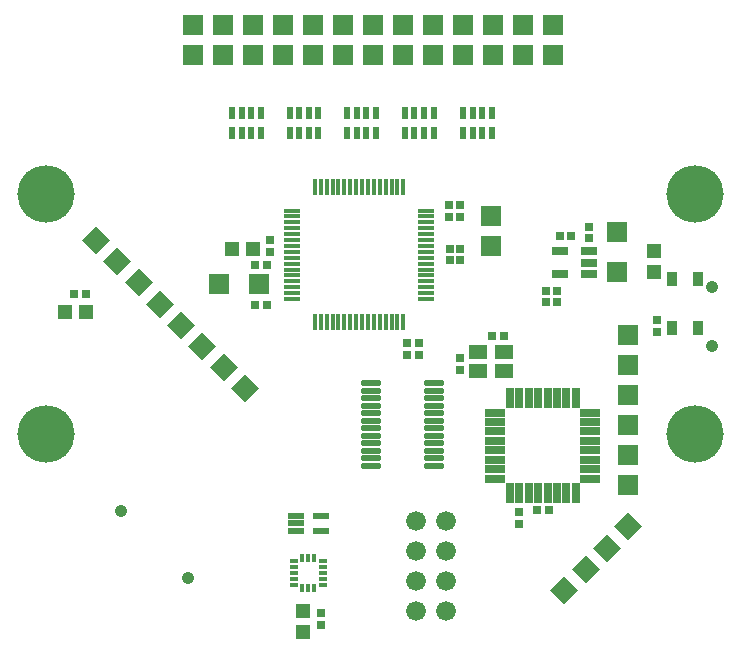
<source format=gbr>
G04 EasyPC Gerber Version 21.0.3 Build 4286 *
G04 #@! TF.Part,Single*
G04 #@! TF.FileFunction,Soldermask,Top *
G04 #@! TF.FilePolarity,Negative *
%FSLAX35Y35*%
%MOIN*%
G04 #@! TA.AperFunction,SMDPad*
%ADD89R,0.01781X0.05324*%
%ADD102R,0.01800X0.02600*%
%ADD107O,0.07100X0.01900*%
%ADD90R,0.05324X0.01781*%
%ADD101R,0.02600X0.01800*%
%ADD104R,0.02200X0.04100*%
%ADD106R,0.05200X0.02400*%
%ADD94R,0.02570X0.06700*%
%ADD95R,0.06700X0.02570*%
%ADD103R,0.05600X0.02800*%
%ADD91R,0.03000X0.03000*%
%ADD93R,0.03000X0.03000*%
%ADD99R,0.03200X0.04800*%
%ADD109R,0.04537X0.04891*%
%ADD96R,0.04540X0.04930*%
%ADD110R,0.04891X0.04537*%
%ADD97R,0.04930X0.04540*%
%ADD98R,0.06112X0.05128*%
G04 #@! TA.AperFunction,ComponentPad*
%ADD100R,0.06600X0.06600*%
G04 #@! TA.AperFunction,SMDPad*
%ADD92R,0.06900X0.06900*%
G04 #@! TA.AperFunction,ComponentPad*
%ADD108C,0.04200*%
G04 #@! TA.AperFunction,WasherPad*
%ADD87C,0.06600*%
%ADD88C,0.19100*%
G04 #@! TA.AperFunction,ComponentPad*
%AMT105*0 Rectangle Pad at angle 45*21,1,0.06600,0.06600,0,0,45*%
%ADD105T105*%
X0Y0D02*
D02*
D87*
X136950Y22350D03*
Y32350D03*
Y42350D03*
Y52350D03*
X146950Y22350D03*
Y32350D03*
Y42350D03*
Y52350D03*
D02*
D88*
X13850Y81150D03*
Y161150D03*
X230150Y81150D03*
Y161150D03*
D02*
D89*
X103350Y118509D03*
Y163391D03*
X105318Y118509D03*
Y163391D03*
X107287Y118509D03*
Y163391D03*
X109255Y118509D03*
Y163391D03*
X111224Y118509D03*
Y163391D03*
X113192Y118509D03*
Y163391D03*
X115161Y118509D03*
Y163391D03*
X117129Y118509D03*
Y163391D03*
X119098Y118509D03*
Y163391D03*
X121066Y118509D03*
Y163391D03*
X123035Y118509D03*
Y163391D03*
X125003Y118509D03*
Y163391D03*
X126972Y118509D03*
Y163391D03*
X128940Y118509D03*
Y163391D03*
X130909Y118509D03*
Y163391D03*
X132877Y118509D03*
Y163391D03*
D02*
D90*
X95673Y126186D03*
Y128155D03*
Y130123D03*
Y132092D03*
Y134060D03*
Y136029D03*
Y137997D03*
Y139966D03*
Y141934D03*
Y143903D03*
Y145871D03*
Y147840D03*
Y149808D03*
Y151777D03*
Y153745D03*
Y155714D03*
X140554Y126186D03*
Y128155D03*
Y130123D03*
Y132092D03*
Y134060D03*
Y136029D03*
Y137997D03*
Y139966D03*
Y141934D03*
Y143903D03*
Y145871D03*
Y147840D03*
Y149808D03*
Y151777D03*
Y153745D03*
Y155714D03*
D02*
D91*
X88250Y141950D03*
Y145850D03*
X105350Y17650D03*
Y21550D03*
X148050Y153550D03*
Y157450D03*
X148250Y139050D03*
Y142950D03*
X151750Y153650D03*
Y157550D03*
X151850Y102650D03*
Y106550D03*
Y139050D03*
Y142950D03*
X171550Y51250D03*
Y55150D03*
X194750Y146450D03*
Y150350D03*
X217450Y115350D03*
Y119250D03*
D02*
D92*
X71350Y131350D03*
X84750D03*
X203950Y135150D03*
Y148550D03*
D02*
D93*
X23050Y127950D03*
X26950D03*
X83550Y124250D03*
Y137650D03*
X87450Y124250D03*
Y137650D03*
X134050Y107450D03*
Y111450D03*
X137950Y107450D03*
Y111450D03*
X162550Y113750D03*
X166450D03*
X177350Y55750D03*
X180250Y125149D03*
Y128949D03*
X181250Y55750D03*
X184150Y125149D03*
Y128949D03*
X184950Y147150D03*
X188850D03*
D02*
D94*
X168326Y61504D03*
Y93196D03*
X171476Y61504D03*
Y93196D03*
X174626Y61504D03*
Y93196D03*
X177775Y61504D03*
Y93196D03*
X180925Y61504D03*
Y93196D03*
X184074Y61504D03*
Y93196D03*
X187224Y61504D03*
Y93196D03*
X190374Y61504D03*
Y93196D03*
D02*
D95*
X163504Y66326D03*
Y69476D03*
Y72626D03*
Y75775D03*
Y78925D03*
Y82074D03*
Y85224D03*
Y88374D03*
X195196Y66326D03*
Y69476D03*
Y72626D03*
Y75775D03*
Y78925D03*
Y82074D03*
Y85224D03*
Y88373D03*
D02*
D96*
X75850Y142850D03*
X82850D03*
D02*
D97*
X99450Y15350D03*
Y22350D03*
D02*
D98*
X157738Y108393D03*
X157739Y102093D03*
X166438Y102094D03*
Y108395D03*
D02*
D99*
X222450Y116550D03*
Y132950D03*
X230950Y116550D03*
Y132950D03*
D02*
D100*
X62650Y207550D03*
Y217550D03*
X72650Y207550D03*
Y217550D03*
X82650Y207550D03*
Y217550D03*
X92650Y207550D03*
Y217550D03*
X102650Y207550D03*
Y217550D03*
X112650Y207550D03*
Y217550D03*
X122650Y207550D03*
Y217550D03*
X132650Y207550D03*
Y217550D03*
X142650Y207550D03*
Y217550D03*
X152650Y207550D03*
Y217550D03*
X162050Y143950D03*
Y153950D03*
X162650Y207550D03*
Y217550D03*
X172650Y207550D03*
Y217550D03*
X182650Y207550D03*
Y217550D03*
X207650Y64150D03*
Y74150D03*
Y84150D03*
Y94150D03*
Y104150D03*
Y114150D03*
D02*
D101*
X96281Y30781D03*
Y32781D03*
Y34781D03*
Y36781D03*
Y38781D03*
X106181Y30781D03*
Y32781D03*
Y34781D03*
Y36781D03*
Y38781D03*
D02*
D102*
X99181Y29781D03*
Y39781D03*
X101181Y29781D03*
Y39781D03*
X103181Y29781D03*
Y39781D03*
D02*
D103*
X185050Y134599D03*
Y142099D03*
X194650Y134599D03*
Y138349D03*
Y142099D03*
D02*
D104*
X75750Y181700D03*
Y188200D03*
X78950Y181700D03*
Y188200D03*
X82150Y181700D03*
Y188200D03*
X85350Y181700D03*
Y188200D03*
X94950Y181600D03*
Y188100D03*
X98150Y181600D03*
Y188100D03*
X101350Y181600D03*
Y188100D03*
X104550Y181600D03*
Y188100D03*
X114150Y181700D03*
Y188200D03*
X117350Y181700D03*
Y188200D03*
X120550Y181700D03*
Y188200D03*
X123750Y181700D03*
Y188200D03*
X133350Y181600D03*
Y188100D03*
X136550Y181600D03*
Y188100D03*
X139750Y181600D03*
Y188100D03*
X142950Y181600D03*
Y188100D03*
X152750Y181600D03*
Y188100D03*
X155950Y181600D03*
Y188100D03*
X159150Y181600D03*
Y188100D03*
X162350Y181600D03*
Y188100D03*
D02*
D105*
X30501Y145899D03*
X37572Y138828D03*
X44643Y131757D03*
X51715Y124685D03*
X58785Y117615D03*
X65857Y110543D03*
X72928Y103472D03*
X79999Y96401D03*
X186537Y29237D03*
X193608Y36308D03*
X200679Y43379D03*
X207750Y50450D03*
D02*
D106*
X97126Y48891D03*
Y51450D03*
Y54009D03*
X105374Y48891D03*
Y54009D03*
D02*
D107*
X121950Y70600D03*
Y73100D03*
Y75600D03*
Y78100D03*
Y80600D03*
Y83100D03*
Y85600D03*
Y88100D03*
Y90600D03*
Y93100D03*
Y95600D03*
Y98100D03*
X142950Y70600D03*
Y73100D03*
Y75600D03*
Y78100D03*
Y80600D03*
Y83100D03*
Y85600D03*
Y88100D03*
Y90600D03*
Y93100D03*
Y95600D03*
Y98100D03*
D02*
D108*
X38865Y55435D03*
X61139Y33161D03*
X235750Y110450D03*
Y130050D03*
D02*
D109*
X216450Y135150D03*
Y142150D03*
D02*
D110*
X20150Y121950D03*
X27150D03*
X0Y0D02*
M02*

</source>
